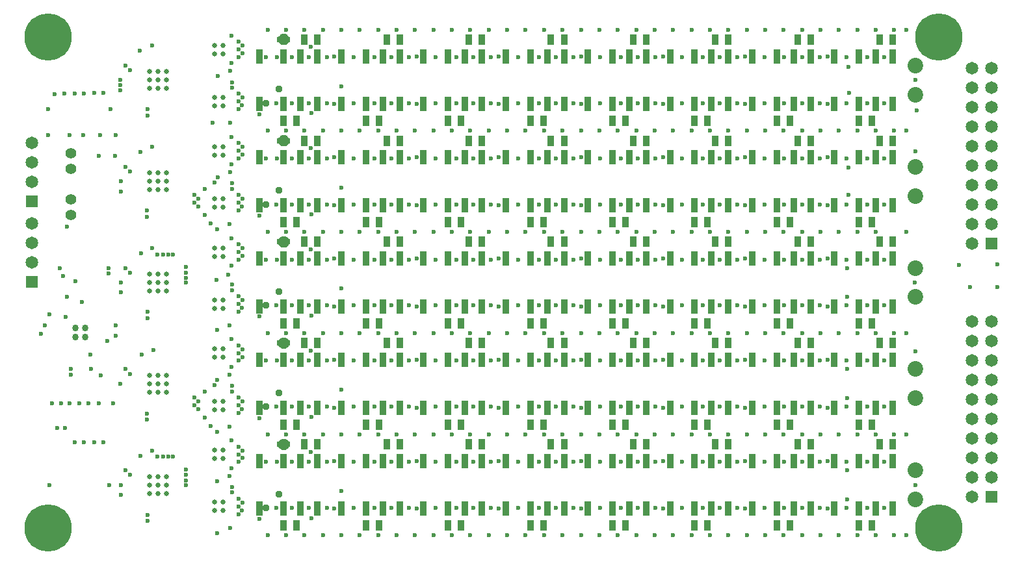
<source format=gbs>
G04*
G04 #@! TF.GenerationSoftware,Altium Limited,Altium Designer,20.0.9 (164)*
G04*
G04 Layer_Color=16711935*
%FSLAX25Y25*%
%MOIN*%
G70*
G01*
G75*
%ADD36R,0.03740X0.05709*%
%ADD37R,0.03091X0.03091*%
%ADD38R,0.03347X0.07284*%
%ADD51C,0.05591*%
%ADD52R,0.06496X0.06496*%
%ADD53C,0.06496*%
%ADD54C,0.07991*%
%ADD55C,0.02362*%
%ADD56C,0.03398*%
%ADD57C,0.24213*%
%ADD58C,0.03740*%
%ADD59C,0.02559*%
G36*
X133831Y278386D02*
X133842D01*
X133854Y278384D01*
X133865Y278383D01*
X133877Y278380D01*
X133888Y278379D01*
X133899Y278375D01*
X133911Y278372D01*
X133922Y278368D01*
X133932Y278364D01*
X134851Y277984D01*
X134862Y277978D01*
X134872Y277974D01*
X134882Y277968D01*
X134893Y277962D01*
X134902Y277956D01*
X134912Y277950D01*
X134921Y277942D01*
X134930Y277935D01*
X134939Y277927D01*
X134948Y277919D01*
X135651Y277216D01*
X135658Y277207D01*
X135667Y277199D01*
X135673Y277190D01*
X135681Y277181D01*
X135687Y277171D01*
X135694Y277161D01*
X135699Y277151D01*
X135705Y277141D01*
X135710Y277130D01*
X135715Y277120D01*
X136095Y276201D01*
X136099Y276190D01*
X136104Y276179D01*
X136106Y276168D01*
X136110Y276157D01*
X136112Y276146D01*
X136114Y276134D01*
X136115Y276122D01*
X136117Y276111D01*
Y276099D01*
X136118Y276088D01*
Y275590D01*
Y275093D01*
X136117Y275082D01*
Y275070D01*
X136115Y275059D01*
X136114Y275047D01*
X136112Y275036D01*
X136110Y275024D01*
X136106Y275013D01*
X136104Y275002D01*
X136099Y274991D01*
X136095Y274980D01*
X135715Y274061D01*
X135710Y274051D01*
X135705Y274040D01*
X135699Y274030D01*
X135694Y274020D01*
X135687Y274010D01*
X135681Y274000D01*
X135673Y273991D01*
X135667Y273982D01*
X135658Y273974D01*
X135651Y273965D01*
X134948Y273262D01*
X134939Y273254D01*
X134930Y273246D01*
X134921Y273239D01*
X134912Y273232D01*
X134902Y273225D01*
X134893Y273219D01*
X134882Y273213D01*
X134872Y273207D01*
X134862Y273203D01*
X134851Y273198D01*
X133932Y272817D01*
X133922Y272813D01*
X133911Y272809D01*
X133899Y272806D01*
X133888Y272803D01*
X133877Y272801D01*
X133865Y272798D01*
X133854Y272797D01*
X133842Y272795D01*
X133831D01*
X133819Y272794D01*
X133322D01*
X133275Y272798D01*
X133230Y272809D01*
X133187Y272827D01*
X133148Y272851D01*
X133112Y272881D01*
X133082Y272916D01*
X133071Y272935D01*
X133060Y272916D01*
X133029Y272881D01*
X132994Y272851D01*
X132954Y272827D01*
X132911Y272809D01*
X132866Y272798D01*
X132820Y272794D01*
X132323D01*
X132311Y272795D01*
X132299D01*
X132288Y272797D01*
X132276Y272798D01*
X132265Y272801D01*
X132253Y272803D01*
X132242Y272806D01*
X132231Y272809D01*
X132220Y272813D01*
X132209Y272817D01*
X131290Y273198D01*
X131280Y273203D01*
X131269Y273207D01*
X131259Y273213D01*
X131249Y273219D01*
X131240Y273225D01*
X131230Y273232D01*
X131221Y273239D01*
X131211Y273246D01*
X131203Y273254D01*
X131194Y273262D01*
X130491Y273965D01*
X130483Y273974D01*
X130475Y273982D01*
X130468Y273991D01*
X130461Y274000D01*
X130455Y274010D01*
X130448Y274020D01*
X130443Y274030D01*
X130437Y274040D01*
X130432Y274051D01*
X130427Y274061D01*
X130046Y274980D01*
X130043Y274991D01*
X130038Y275002D01*
X130035Y275013D01*
X130032Y275024D01*
X130030Y275036D01*
X130027Y275047D01*
X130026Y275059D01*
X130025Y275070D01*
Y275082D01*
X130024Y275093D01*
Y275590D01*
Y276088D01*
X130025Y276099D01*
Y276111D01*
X130026Y276122D01*
X130027Y276134D01*
X130030Y276146D01*
X130032Y276157D01*
X130035Y276168D01*
X130038Y276179D01*
X130043Y276190D01*
X130046Y276201D01*
X130427Y277120D01*
X130432Y277130D01*
X130437Y277141D01*
X130443Y277151D01*
X130448Y277161D01*
X130455Y277171D01*
X130461Y277181D01*
X130468Y277190D01*
X130475Y277199D01*
X130483Y277207D01*
X130491Y277216D01*
X131194Y277919D01*
X131203Y277927D01*
X131211Y277935D01*
X131221Y277942D01*
X131230Y277950D01*
X131240Y277956D01*
X131249Y277962D01*
X131259Y277968D01*
X131269Y277974D01*
X131280Y277978D01*
X131290Y277984D01*
X132209Y278364D01*
X132220Y278368D01*
X132231Y278372D01*
X132242Y278375D01*
X132253Y278379D01*
X132265Y278380D01*
X132276Y278383D01*
X132288Y278384D01*
X132299Y278386D01*
X132311D01*
X132323Y278387D01*
X132820D01*
X132866Y278383D01*
X132911Y278372D01*
X132954Y278355D01*
X132994Y278330D01*
X133029Y278300D01*
X133060Y278265D01*
X133071Y278246D01*
X133082Y278265D01*
X133112Y278300D01*
X133148Y278330D01*
X133187Y278355D01*
X133230Y278372D01*
X133275Y278383D01*
X133322Y278387D01*
X133819D01*
X133831Y278386D01*
D02*
G37*
G36*
Y226417D02*
X133842D01*
X133854Y226415D01*
X133865Y226415D01*
X133877Y226412D01*
X133888Y226410D01*
X133899Y226407D01*
X133911Y226404D01*
X133922Y226399D01*
X133932Y226396D01*
X134851Y226015D01*
X134862Y226010D01*
X134872Y226005D01*
X134882Y225999D01*
X134893Y225994D01*
X134902Y225987D01*
X134912Y225981D01*
X134921Y225974D01*
X134930Y225967D01*
X134939Y225958D01*
X134948Y225951D01*
X135651Y225248D01*
X135658Y225239D01*
X135667Y225231D01*
X135673Y225221D01*
X135681Y225212D01*
X135687Y225202D01*
X135694Y225193D01*
X135699Y225183D01*
X135705Y225173D01*
X135710Y225162D01*
X135715Y225151D01*
X136095Y224233D01*
X136099Y224222D01*
X136104Y224211D01*
X136106Y224200D01*
X136110Y224188D01*
X136112Y224177D01*
X136114Y224166D01*
X136115Y224154D01*
X136117Y224143D01*
Y224131D01*
X136118Y224119D01*
Y223622D01*
Y223125D01*
X136117Y223113D01*
Y223101D01*
X136115Y223090D01*
X136114Y223078D01*
X136112Y223067D01*
X136110Y223056D01*
X136106Y223045D01*
X136104Y223033D01*
X136099Y223022D01*
X136095Y223011D01*
X135715Y222093D01*
X135710Y222082D01*
X135705Y222072D01*
X135699Y222061D01*
X135694Y222051D01*
X135687Y222042D01*
X135681Y222032D01*
X135673Y222023D01*
X135667Y222013D01*
X135658Y222005D01*
X135651Y221996D01*
X134948Y221293D01*
X134939Y221286D01*
X134930Y221277D01*
X134921Y221271D01*
X134912Y221263D01*
X134902Y221257D01*
X134893Y221250D01*
X134882Y221245D01*
X134872Y221239D01*
X134862Y221234D01*
X134851Y221229D01*
X133932Y220848D01*
X133922Y220845D01*
X133911Y220840D01*
X133899Y220838D01*
X133888Y220834D01*
X133877Y220832D01*
X133865Y220830D01*
X133854Y220829D01*
X133842Y220827D01*
X133831D01*
X133819Y220826D01*
X133322D01*
X133275Y220830D01*
X133230Y220840D01*
X133187Y220858D01*
X133148Y220882D01*
X133112Y220913D01*
X133082Y220948D01*
X133071Y220967D01*
X133060Y220948D01*
X133029Y220913D01*
X132994Y220882D01*
X132954Y220858D01*
X132911Y220840D01*
X132866Y220830D01*
X132820Y220826D01*
X132323D01*
X132311Y220827D01*
X132299D01*
X132288Y220829D01*
X132276Y220830D01*
X132265Y220832D01*
X132253Y220834D01*
X132242Y220838D01*
X132231Y220840D01*
X132220Y220845D01*
X132209Y220848D01*
X131290Y221229D01*
X131280Y221234D01*
X131269Y221239D01*
X131259Y221245D01*
X131249Y221250D01*
X131240Y221257D01*
X131230Y221263D01*
X131221Y221271D01*
X131211Y221277D01*
X131203Y221286D01*
X131194Y221293D01*
X130491Y221996D01*
X130483Y222005D01*
X130475Y222013D01*
X130468Y222023D01*
X130461Y222032D01*
X130455Y222042D01*
X130448Y222051D01*
X130443Y222061D01*
X130437Y222072D01*
X130432Y222082D01*
X130427Y222093D01*
X130046Y223011D01*
X130043Y223023D01*
X130038Y223033D01*
X130035Y223045D01*
X130032Y223056D01*
X130030Y223067D01*
X130027Y223078D01*
X130026Y223090D01*
X130025Y223101D01*
Y223113D01*
X130024Y223125D01*
Y223622D01*
Y224119D01*
X130025Y224131D01*
Y224143D01*
X130026Y224154D01*
X130027Y224166D01*
X130030Y224177D01*
X130032Y224188D01*
X130035Y224200D01*
X130038Y224211D01*
X130043Y224222D01*
X130046Y224233D01*
X130427Y225151D01*
X130432Y225162D01*
X130437Y225173D01*
X130443Y225183D01*
X130448Y225193D01*
X130455Y225202D01*
X130461Y225212D01*
X130468Y225221D01*
X130475Y225231D01*
X130483Y225239D01*
X130491Y225248D01*
X131194Y225951D01*
X131203Y225958D01*
X131211Y225967D01*
X131221Y225974D01*
X131230Y225981D01*
X131240Y225987D01*
X131249Y225994D01*
X131259Y225999D01*
X131269Y226005D01*
X131280Y226010D01*
X131290Y226015D01*
X132209Y226396D01*
X132220Y226399D01*
X132231Y226404D01*
X132242Y226407D01*
X132253Y226410D01*
X132265Y226412D01*
X132276Y226415D01*
X132288Y226415D01*
X132299Y226417D01*
X132311D01*
X132323Y226418D01*
X132820D01*
X132866Y226415D01*
X132911Y226404D01*
X132954Y226386D01*
X132994Y226362D01*
X133029Y226331D01*
X133060Y226296D01*
X133071Y226278D01*
X133082Y226296D01*
X133112Y226331D01*
X133148Y226362D01*
X133187Y226386D01*
X133230Y226404D01*
X133275Y226415D01*
X133322Y226418D01*
X133819D01*
X133831Y226417D01*
D02*
G37*
G36*
Y174449D02*
X133842D01*
X133854Y174447D01*
X133865Y174446D01*
X133877Y174443D01*
X133888Y174442D01*
X133899Y174438D01*
X133911Y174435D01*
X133922Y174431D01*
X133932Y174427D01*
X134851Y174047D01*
X134862Y174041D01*
X134872Y174037D01*
X134882Y174031D01*
X134893Y174025D01*
X134902Y174019D01*
X134912Y174013D01*
X134921Y174005D01*
X134930Y173998D01*
X134939Y173990D01*
X134948Y173982D01*
X135651Y173279D01*
X135658Y173270D01*
X135667Y173262D01*
X135673Y173253D01*
X135681Y173244D01*
X135687Y173234D01*
X135694Y173224D01*
X135699Y173214D01*
X135705Y173204D01*
X135710Y173193D01*
X135715Y173183D01*
X136095Y172264D01*
X136099Y172253D01*
X136104Y172242D01*
X136106Y172231D01*
X136110Y172220D01*
X136112Y172208D01*
X136114Y172197D01*
X136115Y172186D01*
X136117Y172174D01*
Y172162D01*
X136118Y172151D01*
Y171653D01*
Y171156D01*
X136117Y171145D01*
Y171133D01*
X136115Y171122D01*
X136114Y171110D01*
X136112Y171099D01*
X136110Y171087D01*
X136106Y171076D01*
X136104Y171065D01*
X136099Y171054D01*
X136095Y171043D01*
X135715Y170124D01*
X135710Y170114D01*
X135705Y170103D01*
X135699Y170093D01*
X135694Y170083D01*
X135687Y170073D01*
X135681Y170063D01*
X135673Y170054D01*
X135667Y170045D01*
X135658Y170037D01*
X135651Y170028D01*
X134948Y169325D01*
X134939Y169317D01*
X134930Y169309D01*
X134921Y169302D01*
X134912Y169295D01*
X134902Y169288D01*
X134893Y169282D01*
X134882Y169276D01*
X134872Y169270D01*
X134862Y169266D01*
X134851Y169261D01*
X133932Y168880D01*
X133922Y168876D01*
X133911Y168872D01*
X133899Y168869D01*
X133888Y168866D01*
X133877Y168864D01*
X133865Y168861D01*
X133854Y168860D01*
X133842Y168858D01*
X133831D01*
X133819Y168857D01*
X133322D01*
X133275Y168861D01*
X133230Y168872D01*
X133187Y168890D01*
X133148Y168914D01*
X133112Y168944D01*
X133082Y168979D01*
X133071Y168998D01*
X133060Y168979D01*
X133029Y168944D01*
X132994Y168914D01*
X132954Y168890D01*
X132911Y168872D01*
X132866Y168861D01*
X132820Y168857D01*
X132323D01*
X132311Y168858D01*
X132299D01*
X132288Y168860D01*
X132276Y168861D01*
X132265Y168864D01*
X132253Y168866D01*
X132242Y168869D01*
X132231Y168872D01*
X132220Y168876D01*
X132209Y168880D01*
X131290Y169261D01*
X131280Y169266D01*
X131269Y169270D01*
X131259Y169276D01*
X131249Y169282D01*
X131240Y169288D01*
X131230Y169295D01*
X131221Y169302D01*
X131211Y169309D01*
X131203Y169317D01*
X131194Y169325D01*
X130491Y170028D01*
X130483Y170037D01*
X130475Y170045D01*
X130468Y170054D01*
X130461Y170063D01*
X130455Y170073D01*
X130448Y170083D01*
X130443Y170093D01*
X130437Y170103D01*
X130432Y170114D01*
X130427Y170124D01*
X130046Y171043D01*
X130043Y171054D01*
X130038Y171065D01*
X130035Y171076D01*
X130032Y171087D01*
X130030Y171099D01*
X130027Y171110D01*
X130026Y171122D01*
X130025Y171133D01*
Y171145D01*
X130024Y171156D01*
Y171653D01*
Y172151D01*
X130025Y172162D01*
Y172174D01*
X130026Y172186D01*
X130027Y172197D01*
X130030Y172208D01*
X130032Y172220D01*
X130035Y172231D01*
X130038Y172242D01*
X130043Y172253D01*
X130046Y172264D01*
X130427Y173183D01*
X130432Y173193D01*
X130437Y173204D01*
X130443Y173214D01*
X130448Y173224D01*
X130455Y173234D01*
X130461Y173244D01*
X130468Y173253D01*
X130475Y173262D01*
X130483Y173270D01*
X130491Y173279D01*
X131194Y173982D01*
X131203Y173990D01*
X131211Y173998D01*
X131221Y174005D01*
X131230Y174013D01*
X131240Y174019D01*
X131249Y174025D01*
X131259Y174031D01*
X131269Y174037D01*
X131280Y174041D01*
X131290Y174047D01*
X132209Y174427D01*
X132220Y174431D01*
X132231Y174435D01*
X132242Y174438D01*
X132253Y174442D01*
X132265Y174443D01*
X132276Y174446D01*
X132288Y174447D01*
X132299Y174449D01*
X132311D01*
X132323Y174450D01*
X132820D01*
X132866Y174446D01*
X132911Y174435D01*
X132954Y174417D01*
X132994Y174393D01*
X133029Y174363D01*
X133060Y174328D01*
X133071Y174309D01*
X133082Y174328D01*
X133112Y174363D01*
X133148Y174393D01*
X133187Y174417D01*
X133230Y174435D01*
X133275Y174446D01*
X133322Y174450D01*
X133819D01*
X133831Y174449D01*
D02*
G37*
G36*
Y122480D02*
X133842D01*
X133854Y122478D01*
X133865Y122478D01*
X133877Y122475D01*
X133888Y122473D01*
X133899Y122469D01*
X133911Y122467D01*
X133922Y122462D01*
X133932Y122459D01*
X134851Y122078D01*
X134862Y122073D01*
X134872Y122068D01*
X134882Y122062D01*
X134893Y122057D01*
X134902Y122050D01*
X134912Y122044D01*
X134921Y122037D01*
X134930Y122030D01*
X134939Y122021D01*
X134948Y122014D01*
X135651Y121311D01*
X135658Y121302D01*
X135667Y121293D01*
X135673Y121284D01*
X135681Y121275D01*
X135687Y121265D01*
X135694Y121256D01*
X135699Y121246D01*
X135705Y121236D01*
X135710Y121225D01*
X135715Y121214D01*
X136095Y120296D01*
X136099Y120285D01*
X136104Y120274D01*
X136106Y120263D01*
X136110Y120252D01*
X136112Y120240D01*
X136114Y120229D01*
X136115Y120217D01*
X136117Y120206D01*
Y120194D01*
X136118Y120182D01*
Y119685D01*
Y119188D01*
X136117Y119176D01*
Y119165D01*
X136115Y119153D01*
X136114Y119141D01*
X136112Y119130D01*
X136110Y119119D01*
X136106Y119107D01*
X136104Y119096D01*
X136099Y119085D01*
X136095Y119074D01*
X135715Y118156D01*
X135710Y118145D01*
X135705Y118134D01*
X135699Y118124D01*
X135694Y118114D01*
X135687Y118105D01*
X135681Y118095D01*
X135673Y118086D01*
X135667Y118077D01*
X135658Y118068D01*
X135651Y118060D01*
X134948Y117356D01*
X134939Y117349D01*
X134930Y117340D01*
X134921Y117334D01*
X134912Y117326D01*
X134902Y117320D01*
X134893Y117313D01*
X134882Y117308D01*
X134872Y117302D01*
X134862Y117297D01*
X134851Y117292D01*
X133932Y116911D01*
X133922Y116908D01*
X133911Y116903D01*
X133899Y116901D01*
X133888Y116897D01*
X133877Y116895D01*
X133865Y116893D01*
X133854Y116892D01*
X133842Y116890D01*
X133831D01*
X133819Y116889D01*
X133322D01*
X133275Y116893D01*
X133230Y116903D01*
X133187Y116921D01*
X133148Y116945D01*
X133112Y116976D01*
X133082Y117011D01*
X133071Y117030D01*
X133060Y117011D01*
X133029Y116976D01*
X132994Y116945D01*
X132954Y116921D01*
X132911Y116903D01*
X132866Y116893D01*
X132820Y116889D01*
X132323D01*
X132311Y116890D01*
X132299D01*
X132288Y116892D01*
X132276Y116893D01*
X132265Y116895D01*
X132253Y116897D01*
X132242Y116901D01*
X132231Y116903D01*
X132220Y116908D01*
X132209Y116911D01*
X131290Y117292D01*
X131280Y117297D01*
X131269Y117302D01*
X131259Y117308D01*
X131249Y117313D01*
X131240Y117320D01*
X131230Y117326D01*
X131221Y117334D01*
X131211Y117340D01*
X131203Y117349D01*
X131194Y117356D01*
X130491Y118060D01*
X130483Y118068D01*
X130475Y118077D01*
X130468Y118086D01*
X130461Y118095D01*
X130455Y118105D01*
X130448Y118114D01*
X130443Y118124D01*
X130437Y118134D01*
X130432Y118145D01*
X130427Y118156D01*
X130046Y119074D01*
X130043Y119086D01*
X130038Y119096D01*
X130035Y119108D01*
X130032Y119119D01*
X130030Y119130D01*
X130027Y119141D01*
X130026Y119153D01*
X130025Y119165D01*
Y119176D01*
X130024Y119188D01*
Y119685D01*
Y120182D01*
X130025Y120194D01*
Y120206D01*
X130026Y120217D01*
X130027Y120229D01*
X130030Y120240D01*
X130032Y120252D01*
X130035Y120263D01*
X130038Y120274D01*
X130043Y120285D01*
X130046Y120296D01*
X130427Y121214D01*
X130432Y121225D01*
X130437Y121236D01*
X130443Y121246D01*
X130448Y121256D01*
X130455Y121265D01*
X130461Y121275D01*
X130468Y121284D01*
X130475Y121293D01*
X130483Y121302D01*
X130491Y121311D01*
X131194Y122014D01*
X131203Y122021D01*
X131211Y122030D01*
X131221Y122037D01*
X131230Y122044D01*
X131240Y122050D01*
X131249Y122057D01*
X131259Y122062D01*
X131269Y122068D01*
X131280Y122073D01*
X131290Y122078D01*
X132209Y122459D01*
X132220Y122462D01*
X132231Y122467D01*
X132242Y122469D01*
X132253Y122473D01*
X132265Y122475D01*
X132276Y122478D01*
X132288Y122478D01*
X132299Y122480D01*
X132311D01*
X132323Y122481D01*
X132820D01*
X132866Y122478D01*
X132911Y122467D01*
X132954Y122449D01*
X132994Y122425D01*
X133029Y122395D01*
X133060Y122359D01*
X133071Y122341D01*
X133082Y122359D01*
X133112Y122395D01*
X133148Y122425D01*
X133187Y122449D01*
X133230Y122467D01*
X133275Y122478D01*
X133322Y122481D01*
X133819D01*
X133831Y122480D01*
D02*
G37*
G36*
X133831Y70512D02*
X133842D01*
X133854Y70510D01*
X133865Y70509D01*
X133877Y70506D01*
X133888Y70504D01*
X133899Y70501D01*
X133911Y70498D01*
X133922Y70494D01*
X133932Y70490D01*
X134851Y70110D01*
X134862Y70104D01*
X134872Y70100D01*
X134882Y70094D01*
X134893Y70088D01*
X134902Y70082D01*
X134912Y70076D01*
X134921Y70068D01*
X134930Y70061D01*
X134939Y70053D01*
X134947Y70045D01*
X135651Y69342D01*
X135658Y69333D01*
X135667Y69325D01*
X135673Y69316D01*
X135681Y69307D01*
X135687Y69297D01*
X135694Y69287D01*
X135699Y69277D01*
X135705Y69267D01*
X135710Y69256D01*
X135715Y69246D01*
X136095Y68327D01*
X136099Y68316D01*
X136104Y68305D01*
X136106Y68294D01*
X136110Y68283D01*
X136112Y68271D01*
X136114Y68260D01*
X136115Y68248D01*
X136117Y68237D01*
Y68226D01*
X136118Y68214D01*
Y67716D01*
Y67219D01*
X136117Y67208D01*
Y67196D01*
X136115Y67185D01*
X136114Y67173D01*
X136112Y67162D01*
X136110Y67150D01*
X136106Y67139D01*
X136104Y67128D01*
X136099Y67117D01*
X136095Y67106D01*
X135715Y66187D01*
X135710Y66177D01*
X135705Y66166D01*
X135699Y66156D01*
X135694Y66146D01*
X135687Y66136D01*
X135681Y66126D01*
X135673Y66117D01*
X135667Y66108D01*
X135658Y66100D01*
X135651Y66091D01*
X134947Y65388D01*
X134939Y65380D01*
X134930Y65372D01*
X134921Y65365D01*
X134912Y65358D01*
X134902Y65351D01*
X134893Y65345D01*
X134882Y65339D01*
X134872Y65333D01*
X134862Y65329D01*
X134851Y65324D01*
X133932Y64943D01*
X133922Y64939D01*
X133911Y64935D01*
X133899Y64932D01*
X133888Y64929D01*
X133877Y64927D01*
X133865Y64924D01*
X133854Y64923D01*
X133842Y64921D01*
X133831D01*
X133819Y64920D01*
X133322D01*
X133275Y64924D01*
X133230Y64935D01*
X133187Y64953D01*
X133148Y64977D01*
X133112Y65007D01*
X133082Y65042D01*
X133071Y65061D01*
X133059Y65042D01*
X133029Y65007D01*
X132994Y64977D01*
X132954Y64953D01*
X132911Y64935D01*
X132866Y64924D01*
X132820Y64920D01*
X132323D01*
X132311Y64921D01*
X132299D01*
X132288Y64923D01*
X132276Y64924D01*
X132265Y64927D01*
X132253Y64929D01*
X132242Y64932D01*
X132231Y64935D01*
X132220Y64939D01*
X132209Y64943D01*
X131290Y65324D01*
X131280Y65329D01*
X131269Y65333D01*
X131259Y65339D01*
X131249Y65345D01*
X131239Y65351D01*
X131230Y65358D01*
X131221Y65365D01*
X131211Y65372D01*
X131203Y65380D01*
X131194Y65388D01*
X130491Y66091D01*
X130483Y66100D01*
X130475Y66108D01*
X130468Y66117D01*
X130461Y66126D01*
X130455Y66136D01*
X130448Y66146D01*
X130443Y66156D01*
X130437Y66166D01*
X130432Y66177D01*
X130427Y66187D01*
X130046Y67106D01*
X130043Y67117D01*
X130038Y67128D01*
X130035Y67139D01*
X130032Y67150D01*
X130030Y67162D01*
X130027Y67173D01*
X130026Y67185D01*
X130025Y67196D01*
Y67208D01*
X130024Y67219D01*
Y67716D01*
Y68214D01*
X130025Y68226D01*
Y68237D01*
X130026Y68248D01*
X130027Y68260D01*
X130030Y68271D01*
X130032Y68283D01*
X130035Y68294D01*
X130038Y68305D01*
X130043Y68316D01*
X130046Y68327D01*
X130427Y69246D01*
X130432Y69256D01*
X130437Y69267D01*
X130443Y69277D01*
X130448Y69287D01*
X130455Y69297D01*
X130461Y69307D01*
X130468Y69316D01*
X130475Y69325D01*
X130483Y69333D01*
X130491Y69342D01*
X131194Y70045D01*
X131203Y70053D01*
X131211Y70061D01*
X131221Y70068D01*
X131230Y70076D01*
X131239Y70082D01*
X131249Y70088D01*
X131259Y70094D01*
X131269Y70100D01*
X131280Y70104D01*
X131290Y70110D01*
X132209Y70490D01*
X132220Y70494D01*
X132231Y70498D01*
X132242Y70501D01*
X132253Y70504D01*
X132265Y70506D01*
X132276Y70509D01*
X132288Y70510D01*
X132299Y70512D01*
X132311D01*
X132323Y70513D01*
X132820D01*
X132866Y70509D01*
X132911Y70498D01*
X132954Y70480D01*
X132994Y70456D01*
X133029Y70426D01*
X133059Y70391D01*
X133071Y70372D01*
X133082Y70391D01*
X133112Y70426D01*
X133148Y70456D01*
X133187Y70480D01*
X133230Y70498D01*
X133275Y70509D01*
X133322Y70513D01*
X133819D01*
X133831Y70512D01*
D02*
G37*
D36*
X143701Y275590D02*
D03*
X150394D02*
D03*
X133071Y233858D02*
D03*
X139764D02*
D03*
X185827Y275590D02*
D03*
X192520D02*
D03*
X175197Y233858D02*
D03*
X181890D02*
D03*
X227953Y275590D02*
D03*
X234646D02*
D03*
X217323Y233858D02*
D03*
X224016D02*
D03*
X270079Y275590D02*
D03*
X276772D02*
D03*
X259449Y233858D02*
D03*
X266142D02*
D03*
X312205Y275590D02*
D03*
X318898D02*
D03*
X301575Y233858D02*
D03*
X308268D02*
D03*
X354331Y275590D02*
D03*
X361024D02*
D03*
X343701Y233858D02*
D03*
X350394D02*
D03*
X396457Y275590D02*
D03*
X403150D02*
D03*
X385827Y233858D02*
D03*
X392520D02*
D03*
X438583Y275590D02*
D03*
X445276D02*
D03*
X427953Y233858D02*
D03*
X434646D02*
D03*
X143701Y223622D02*
D03*
X150394D02*
D03*
X133071Y181890D02*
D03*
X139764D02*
D03*
X185827Y223622D02*
D03*
X192520D02*
D03*
X175197Y181890D02*
D03*
X181890D02*
D03*
X227953Y223622D02*
D03*
X234646D02*
D03*
X217323Y181890D02*
D03*
X224016D02*
D03*
X270079Y223622D02*
D03*
X276772D02*
D03*
X259449Y181890D02*
D03*
X266142D02*
D03*
X312205Y223622D02*
D03*
X318898D02*
D03*
X301575Y181890D02*
D03*
X308268D02*
D03*
X354331Y223622D02*
D03*
X361024D02*
D03*
X343701Y181890D02*
D03*
X350394D02*
D03*
X396457Y223622D02*
D03*
X403150D02*
D03*
X385827Y181890D02*
D03*
X392520D02*
D03*
X438583Y223622D02*
D03*
X445276D02*
D03*
X427953Y181890D02*
D03*
X434646D02*
D03*
X143701Y171653D02*
D03*
X150394D02*
D03*
X133071Y129921D02*
D03*
X139764D02*
D03*
X185827Y171653D02*
D03*
X192520D02*
D03*
X175197Y129921D02*
D03*
X181890D02*
D03*
X227953Y171653D02*
D03*
X234646D02*
D03*
X217323Y129921D02*
D03*
X224016D02*
D03*
X270079Y171653D02*
D03*
X276772D02*
D03*
X259449Y129921D02*
D03*
X266142D02*
D03*
X312205Y171653D02*
D03*
X318898D02*
D03*
X301575Y129921D02*
D03*
X308268D02*
D03*
X354331Y171653D02*
D03*
X361024D02*
D03*
X343701Y129921D02*
D03*
X350394D02*
D03*
X396457Y171653D02*
D03*
X403150D02*
D03*
X385827Y129921D02*
D03*
X392520D02*
D03*
X438583Y171653D02*
D03*
X445276D02*
D03*
X427953Y129921D02*
D03*
X434646D02*
D03*
X143701Y119685D02*
D03*
X150394D02*
D03*
X133071Y77953D02*
D03*
X139764D02*
D03*
X185827Y119685D02*
D03*
X192520D02*
D03*
X175197Y77953D02*
D03*
X181890D02*
D03*
X227953Y119685D02*
D03*
X234646D02*
D03*
X217323Y77953D02*
D03*
X224016D02*
D03*
X270079Y119685D02*
D03*
X276772D02*
D03*
X259449Y77953D02*
D03*
X266142D02*
D03*
X312205Y119685D02*
D03*
X318898D02*
D03*
X301575Y77953D02*
D03*
X308268D02*
D03*
X354331Y119685D02*
D03*
X361024D02*
D03*
X343701Y77953D02*
D03*
X350394D02*
D03*
X396457Y119685D02*
D03*
X403150D02*
D03*
X385827Y77953D02*
D03*
X392520D02*
D03*
X438583Y119685D02*
D03*
X445276D02*
D03*
X427953Y77953D02*
D03*
X434646D02*
D03*
X354331Y67716D02*
D03*
X361024D02*
D03*
X438583D02*
D03*
X445276D02*
D03*
X396457D02*
D03*
X403150D02*
D03*
X312205D02*
D03*
X318898D02*
D03*
X270079D02*
D03*
X276772D02*
D03*
X227953D02*
D03*
X234646D02*
D03*
X185827D02*
D03*
X192520D02*
D03*
X143701D02*
D03*
X150394D02*
D03*
X427953Y25984D02*
D03*
X434646D02*
D03*
X385827D02*
D03*
X392520D02*
D03*
X343701D02*
D03*
X350394D02*
D03*
X301575D02*
D03*
X308268D02*
D03*
X259449D02*
D03*
X266142D02*
D03*
X217323D02*
D03*
X224016D02*
D03*
X175197D02*
D03*
X181890D02*
D03*
X133071D02*
D03*
X139764D02*
D03*
D37*
X131071Y275590D02*
D03*
X135071D02*
D03*
X131071Y223622D02*
D03*
X135071D02*
D03*
X131071Y171653D02*
D03*
X135071D02*
D03*
X131071Y119685D02*
D03*
X135071D02*
D03*
X131071Y67716D02*
D03*
X135071D02*
D03*
D38*
X415354Y266929D02*
D03*
X427953D02*
D03*
X436614D02*
D03*
X445276D02*
D03*
Y242520D02*
D03*
X436614D02*
D03*
X427953D02*
D03*
X415354D02*
D03*
X373228Y266929D02*
D03*
X385827D02*
D03*
X394488D02*
D03*
X403150D02*
D03*
Y242520D02*
D03*
X394488D02*
D03*
X385827D02*
D03*
X373228D02*
D03*
X331102Y266929D02*
D03*
X343701D02*
D03*
X352362D02*
D03*
X361024D02*
D03*
Y242520D02*
D03*
X352362D02*
D03*
X343701D02*
D03*
X331102D02*
D03*
X288976Y266929D02*
D03*
X301575D02*
D03*
X310236D02*
D03*
X318898D02*
D03*
Y242520D02*
D03*
X310236D02*
D03*
X301575D02*
D03*
X288976D02*
D03*
X246850Y266929D02*
D03*
X259449D02*
D03*
X268110D02*
D03*
X276772D02*
D03*
Y242520D02*
D03*
X268110D02*
D03*
X259449D02*
D03*
X246850D02*
D03*
X204724Y266929D02*
D03*
X217323D02*
D03*
X225984D02*
D03*
X234646D02*
D03*
Y242520D02*
D03*
X225984D02*
D03*
X217323D02*
D03*
X204724D02*
D03*
X162598Y266929D02*
D03*
X175197D02*
D03*
X183858D02*
D03*
X192520D02*
D03*
Y242520D02*
D03*
X183858D02*
D03*
X175197D02*
D03*
X162598D02*
D03*
X120472Y266929D02*
D03*
X133071D02*
D03*
X141732D02*
D03*
X150394D02*
D03*
Y242520D02*
D03*
X141732D02*
D03*
X133071D02*
D03*
X120472D02*
D03*
X415354Y214961D02*
D03*
X427953D02*
D03*
X436614D02*
D03*
X445276D02*
D03*
Y190551D02*
D03*
X436614D02*
D03*
X427953D02*
D03*
X415354D02*
D03*
X373228Y214961D02*
D03*
X385827D02*
D03*
X394488D02*
D03*
X403150D02*
D03*
Y190551D02*
D03*
X394488D02*
D03*
X385827D02*
D03*
X373228D02*
D03*
X331102Y214961D02*
D03*
X343701D02*
D03*
X352362D02*
D03*
X361024D02*
D03*
Y190551D02*
D03*
X352362D02*
D03*
X343701D02*
D03*
X331102D02*
D03*
X288976Y214961D02*
D03*
X301575D02*
D03*
X310236D02*
D03*
X318898D02*
D03*
Y190551D02*
D03*
X310236D02*
D03*
X301575D02*
D03*
X288976D02*
D03*
X246850Y214961D02*
D03*
X259449D02*
D03*
X268110D02*
D03*
X276772D02*
D03*
Y190551D02*
D03*
X268110D02*
D03*
X259449D02*
D03*
X246850D02*
D03*
X204724Y214961D02*
D03*
X217323D02*
D03*
X225984D02*
D03*
X234646D02*
D03*
Y190551D02*
D03*
X225984D02*
D03*
X217323D02*
D03*
X204724D02*
D03*
X162598Y214961D02*
D03*
X175197D02*
D03*
X183858D02*
D03*
X192520D02*
D03*
Y190551D02*
D03*
X183858D02*
D03*
X175197D02*
D03*
X162598D02*
D03*
X120472Y214961D02*
D03*
X133071D02*
D03*
X141732D02*
D03*
X150394D02*
D03*
Y190551D02*
D03*
X141732D02*
D03*
X133071D02*
D03*
X120472D02*
D03*
X415354Y162992D02*
D03*
X427953D02*
D03*
X436614D02*
D03*
X445276D02*
D03*
Y138583D02*
D03*
X436614D02*
D03*
X427953D02*
D03*
X415354D02*
D03*
X373228Y162992D02*
D03*
X385827D02*
D03*
X394488D02*
D03*
X403150D02*
D03*
Y138583D02*
D03*
X394488D02*
D03*
X385827D02*
D03*
X373228D02*
D03*
X331102Y162992D02*
D03*
X343701D02*
D03*
X352362D02*
D03*
X361024D02*
D03*
Y138583D02*
D03*
X352362D02*
D03*
X343701D02*
D03*
X331102D02*
D03*
X288976Y162992D02*
D03*
X301575D02*
D03*
X310236D02*
D03*
X318898D02*
D03*
Y138583D02*
D03*
X310236D02*
D03*
X301575D02*
D03*
X288976D02*
D03*
X246850Y162992D02*
D03*
X259449D02*
D03*
X268110D02*
D03*
X276772D02*
D03*
Y138583D02*
D03*
X268110D02*
D03*
X259449D02*
D03*
X246850D02*
D03*
X204724Y162992D02*
D03*
X217323D02*
D03*
X225984D02*
D03*
X234646D02*
D03*
Y138583D02*
D03*
X225984D02*
D03*
X217323D02*
D03*
X204724D02*
D03*
X162598Y162992D02*
D03*
X175197D02*
D03*
X183858D02*
D03*
X192520D02*
D03*
Y138583D02*
D03*
X183858D02*
D03*
X175197D02*
D03*
X162598D02*
D03*
X120472Y162992D02*
D03*
X133071D02*
D03*
X141732D02*
D03*
X150394D02*
D03*
Y138583D02*
D03*
X141732D02*
D03*
X133071D02*
D03*
X120472D02*
D03*
X415354Y111024D02*
D03*
X427953D02*
D03*
X436614D02*
D03*
X445276D02*
D03*
Y86614D02*
D03*
X436614D02*
D03*
X427953D02*
D03*
X415354D02*
D03*
X373228Y111024D02*
D03*
X385827D02*
D03*
X394488D02*
D03*
X403150D02*
D03*
Y86614D02*
D03*
X394488D02*
D03*
X385827D02*
D03*
X373228D02*
D03*
X331102Y111024D02*
D03*
X343701D02*
D03*
X352362D02*
D03*
X361024D02*
D03*
Y86614D02*
D03*
X352362D02*
D03*
X343701D02*
D03*
X331102D02*
D03*
X288976Y111024D02*
D03*
X301575D02*
D03*
X310236D02*
D03*
X318898D02*
D03*
Y86614D02*
D03*
X310236D02*
D03*
X301575D02*
D03*
X288976D02*
D03*
X246850Y111024D02*
D03*
X259449D02*
D03*
X268110D02*
D03*
X276772D02*
D03*
Y86614D02*
D03*
X268110D02*
D03*
X259449D02*
D03*
X246850D02*
D03*
X204724Y111024D02*
D03*
X217323D02*
D03*
X225984D02*
D03*
X234646D02*
D03*
Y86614D02*
D03*
X225984D02*
D03*
X217323D02*
D03*
X204724D02*
D03*
X162598Y111024D02*
D03*
X175197D02*
D03*
X183858D02*
D03*
X192520D02*
D03*
Y86614D02*
D03*
X183858D02*
D03*
X175197D02*
D03*
X162598D02*
D03*
X120472Y111024D02*
D03*
X133071D02*
D03*
X141732D02*
D03*
X150394D02*
D03*
Y86614D02*
D03*
X141732D02*
D03*
X133071D02*
D03*
X120472D02*
D03*
Y59055D02*
D03*
X133071D02*
D03*
X141732D02*
D03*
X150394D02*
D03*
X150394Y34646D02*
D03*
X141732D02*
D03*
X133071D02*
D03*
X120472D02*
D03*
X162598Y59055D02*
D03*
X175197Y59055D02*
D03*
X183858D02*
D03*
X192520D02*
D03*
Y34646D02*
D03*
X183858D02*
D03*
X175197Y34646D02*
D03*
X162598D02*
D03*
X246850Y59055D02*
D03*
X259449Y59055D02*
D03*
X268110D02*
D03*
X276772D02*
D03*
Y34646D02*
D03*
X268110D02*
D03*
X259449D02*
D03*
X246850D02*
D03*
X204725Y59055D02*
D03*
X217323Y59055D02*
D03*
X225984Y59055D02*
D03*
X234646D02*
D03*
Y34646D02*
D03*
X225984D02*
D03*
X217323Y34646D02*
D03*
X204725Y34646D02*
D03*
X288976Y59055D02*
D03*
X301575Y59055D02*
D03*
X310236Y59055D02*
D03*
X318898D02*
D03*
Y34646D02*
D03*
X310236D02*
D03*
X301575D02*
D03*
X288976D02*
D03*
X331102Y59055D02*
D03*
X343701Y59055D02*
D03*
X352362Y59055D02*
D03*
X361024Y59055D02*
D03*
Y34646D02*
D03*
X352362D02*
D03*
X343701D02*
D03*
X331102D02*
D03*
X373228Y59055D02*
D03*
X385827D02*
D03*
X394488Y59055D02*
D03*
X403150Y59055D02*
D03*
Y34646D02*
D03*
X394488Y34646D02*
D03*
X385827Y34646D02*
D03*
X373228D02*
D03*
X415354Y59055D02*
D03*
X427953Y59055D02*
D03*
X436614Y59055D02*
D03*
X445276D02*
D03*
Y34646D02*
D03*
X436614D02*
D03*
X427953D02*
D03*
X415354D02*
D03*
D51*
X24016Y185433D02*
D03*
Y193307D02*
D03*
Y209252D02*
D03*
Y217126D02*
D03*
D52*
X495827Y170866D02*
D03*
Y40709D02*
D03*
X3937Y151024D02*
D03*
Y192520D02*
D03*
D53*
X485827Y170866D02*
D03*
X495827Y180866D02*
D03*
X485827Y180866D02*
D03*
X495827Y190866D02*
D03*
X485827Y190866D02*
D03*
X495827Y200866D02*
D03*
X485827Y200866D02*
D03*
X495827Y210866D02*
D03*
X485827Y210866D02*
D03*
X495827Y220866D02*
D03*
X485827Y220866D02*
D03*
X495827Y230866D02*
D03*
X485827Y230866D02*
D03*
X495827Y240866D02*
D03*
X485827Y240866D02*
D03*
X495827Y250866D02*
D03*
X485827D02*
D03*
X495827Y260866D02*
D03*
X485827D02*
D03*
Y40709D02*
D03*
X495827Y50709D02*
D03*
X485827D02*
D03*
X495827Y60709D02*
D03*
X485827D02*
D03*
X495827Y70709D02*
D03*
X485827Y70709D02*
D03*
X495827Y80709D02*
D03*
X485827D02*
D03*
X495827Y90709D02*
D03*
X485827Y90709D02*
D03*
X495827Y100709D02*
D03*
X485827D02*
D03*
X495827Y110709D02*
D03*
X485827Y110709D02*
D03*
X495827Y120709D02*
D03*
X485827Y120709D02*
D03*
X495827Y130709D02*
D03*
X485827Y130709D02*
D03*
X3937Y181024D02*
D03*
Y171024D02*
D03*
Y161024D02*
D03*
Y222520D02*
D03*
Y212520D02*
D03*
Y202520D02*
D03*
D54*
X457087Y39370D02*
D03*
Y91339D02*
D03*
Y143307D02*
D03*
Y195276D02*
D03*
Y247244D02*
D03*
Y262205D02*
D03*
Y210236D02*
D03*
Y158268D02*
D03*
Y106299D02*
D03*
Y54331D02*
D03*
D55*
X43701Y46850D02*
D03*
X33858Y113779D02*
D03*
X14173Y88779D02*
D03*
X18898D02*
D03*
X23425D02*
D03*
X28346D02*
D03*
X32874D02*
D03*
X38386D02*
D03*
X45472D02*
D03*
X38189Y215945D02*
D03*
X46654D02*
D03*
X46850Y226378D02*
D03*
X12205D02*
D03*
X23228D02*
D03*
X30315D02*
D03*
X38780D02*
D03*
X42717Y120669D02*
D03*
X49409Y254724D02*
D03*
Y252165D02*
D03*
Y249606D02*
D03*
X49606Y202756D02*
D03*
Y197441D02*
D03*
Y41929D02*
D03*
Y46654D02*
D03*
Y145669D02*
D03*
Y150787D02*
D03*
X49409Y98819D02*
D03*
X62917Y187640D02*
D03*
Y184491D02*
D03*
X99016Y178150D02*
D03*
X20669Y247835D02*
D03*
X22047Y143307D02*
D03*
X29724Y140945D02*
D03*
X26181Y151378D02*
D03*
X34252Y106496D02*
D03*
X25787Y247835D02*
D03*
X25984Y68898D02*
D03*
X12992Y134449D02*
D03*
X39370Y103150D02*
D03*
X30709Y247835D02*
D03*
Y68898D02*
D03*
X35827Y248031D02*
D03*
X35827Y68898D02*
D03*
X40748D02*
D03*
Y248031D02*
D03*
X21138Y133206D02*
D03*
X15748Y247441D02*
D03*
X16929Y75984D02*
D03*
X21063D02*
D03*
X12992Y46850D02*
D03*
X44291Y239764D02*
D03*
X12205D02*
D03*
X47047Y123425D02*
D03*
Y128740D02*
D03*
X24016Y103347D02*
D03*
Y106299D02*
D03*
X43110Y158268D02*
D03*
Y155315D02*
D03*
X8465Y124606D02*
D03*
X10591Y128740D02*
D03*
X19882Y154134D02*
D03*
X18307Y158268D02*
D03*
X22047Y179331D02*
D03*
X63189Y132480D02*
D03*
Y135630D02*
D03*
Y239764D02*
D03*
Y236614D02*
D03*
X54134Y51968D02*
D03*
X51968Y54331D02*
D03*
X54134Y103937D02*
D03*
X51968Y106299D02*
D03*
X54134Y259842D02*
D03*
X51968Y262205D02*
D03*
X54134Y207874D02*
D03*
X51968Y210236D02*
D03*
Y158268D02*
D03*
X54134Y155905D02*
D03*
X63189Y31496D02*
D03*
Y28346D02*
D03*
X62992Y80315D02*
D03*
Y83465D02*
D03*
X59449Y61811D02*
D03*
X65748Y64567D02*
D03*
X59423Y269630D02*
D03*
X65748Y272441D02*
D03*
Y220472D02*
D03*
X59449Y217717D02*
D03*
X60184Y113828D02*
D03*
X66142Y116142D02*
D03*
X59842Y165748D02*
D03*
X65748Y168504D02*
D03*
X95669Y181102D02*
D03*
X83071Y150787D02*
D03*
X92520Y185433D02*
D03*
X83071Y153150D02*
D03*
Y155905D02*
D03*
Y158661D02*
D03*
X89370Y189764D02*
D03*
X87402Y191732D02*
D03*
X89370Y193701D02*
D03*
X87402Y195669D02*
D03*
X92520Y198819D02*
D03*
X97638Y201969D02*
D03*
X68382Y165279D02*
D03*
X71138D02*
D03*
X73894D02*
D03*
X76256D02*
D03*
Y61342D02*
D03*
X73894D02*
D03*
X71138D02*
D03*
X68382D02*
D03*
X96457Y232677D02*
D03*
X97638Y98032D02*
D03*
X92520Y94882D02*
D03*
X87402Y91732D02*
D03*
X89370Y89764D02*
D03*
X87402Y87795D02*
D03*
X89370Y85827D02*
D03*
X83071Y54724D02*
D03*
Y51968D02*
D03*
Y49213D02*
D03*
X92520Y81496D02*
D03*
X83071Y46850D02*
D03*
X95669Y77165D02*
D03*
X120472Y237008D02*
D03*
Y185039D02*
D03*
Y133465D02*
D03*
Y81102D02*
D03*
Y29528D02*
D03*
X457087Y254724D02*
D03*
X457480Y238976D02*
D03*
X457087Y218110D02*
D03*
Y46850D02*
D03*
X456693Y150787D02*
D03*
X457087Y115354D02*
D03*
X498819Y148425D02*
D03*
Y160236D02*
D03*
X485039Y148425D02*
D03*
X479134Y159843D02*
D03*
X452362Y280315D02*
D03*
X446063D02*
D03*
X436614D02*
D03*
X417717D02*
D03*
X427165D02*
D03*
X379921D02*
D03*
X370472D02*
D03*
X389370D02*
D03*
X398819D02*
D03*
X408268D02*
D03*
X313779D02*
D03*
X304331D02*
D03*
X285433D02*
D03*
X294882D02*
D03*
X342126D02*
D03*
X332677D02*
D03*
X323228D02*
D03*
X351575D02*
D03*
X361024D02*
D03*
X228740D02*
D03*
X219291D02*
D03*
X190945D02*
D03*
X200394D02*
D03*
X209842D02*
D03*
X247638D02*
D03*
X238189D02*
D03*
X257087D02*
D03*
X266535D02*
D03*
X275984D02*
D03*
X143701D02*
D03*
X134252D02*
D03*
X124803D02*
D03*
X162598D02*
D03*
X153150D02*
D03*
X172047D02*
D03*
X181496D02*
D03*
X452362Y21260D02*
D03*
X446063D02*
D03*
X436614D02*
D03*
X417717D02*
D03*
X427165D02*
D03*
X379921D02*
D03*
X370472D02*
D03*
X389370D02*
D03*
X398819D02*
D03*
X408268D02*
D03*
X313779D02*
D03*
X304331D02*
D03*
X285433D02*
D03*
X294882D02*
D03*
X342126D02*
D03*
X332677D02*
D03*
X323228D02*
D03*
X351575D02*
D03*
X361024D02*
D03*
X228740D02*
D03*
X219291D02*
D03*
X190945D02*
D03*
X200394D02*
D03*
X209842D02*
D03*
X247638D02*
D03*
X238189D02*
D03*
X257087D02*
D03*
X266535D02*
D03*
X275984D02*
D03*
X143701D02*
D03*
X134252D02*
D03*
X124803D02*
D03*
X162598D02*
D03*
X153150D02*
D03*
X172047D02*
D03*
X181496D02*
D03*
X452362Y72835D02*
D03*
X446063D02*
D03*
X436614D02*
D03*
X417717D02*
D03*
X427165D02*
D03*
X379921D02*
D03*
X370472D02*
D03*
X389370D02*
D03*
X398819D02*
D03*
X408268D02*
D03*
X313779D02*
D03*
X304331D02*
D03*
X285433D02*
D03*
X294882D02*
D03*
X342126D02*
D03*
X332677D02*
D03*
X323228D02*
D03*
X351575D02*
D03*
X361024D02*
D03*
X228740D02*
D03*
X219291D02*
D03*
X190945D02*
D03*
X200394D02*
D03*
X209842D02*
D03*
X247638D02*
D03*
X238189D02*
D03*
X257087D02*
D03*
X266535D02*
D03*
X275984D02*
D03*
X143701D02*
D03*
X134252D02*
D03*
X124803D02*
D03*
X162598D02*
D03*
X153150D02*
D03*
X172047D02*
D03*
X181496D02*
D03*
X452362Y124803D02*
D03*
X446063D02*
D03*
X436614D02*
D03*
X417717D02*
D03*
X427165D02*
D03*
X379921D02*
D03*
X370472D02*
D03*
X389370D02*
D03*
X398819D02*
D03*
X408268D02*
D03*
X313779D02*
D03*
X304331D02*
D03*
X285433D02*
D03*
X294882D02*
D03*
X342126D02*
D03*
X332677D02*
D03*
X323228D02*
D03*
X351575D02*
D03*
X361024D02*
D03*
X228740D02*
D03*
X219291D02*
D03*
X190945D02*
D03*
X200394D02*
D03*
X209842D02*
D03*
X247638D02*
D03*
X238189D02*
D03*
X257087D02*
D03*
X266535D02*
D03*
X275984D02*
D03*
X143701D02*
D03*
X134252D02*
D03*
X124803D02*
D03*
X162598D02*
D03*
X153150D02*
D03*
X172047D02*
D03*
X181496D02*
D03*
X452362Y176772D02*
D03*
X436614D02*
D03*
X417717D02*
D03*
X427165D02*
D03*
X379921D02*
D03*
X370472D02*
D03*
X389370D02*
D03*
X398819D02*
D03*
X408268D02*
D03*
X313779D02*
D03*
X304331D02*
D03*
X285433D02*
D03*
X294882D02*
D03*
X342126D02*
D03*
X332677D02*
D03*
X323228D02*
D03*
X351575D02*
D03*
X361024D02*
D03*
X228740D02*
D03*
X219291D02*
D03*
X190945D02*
D03*
X200394D02*
D03*
X209842D02*
D03*
X247638D02*
D03*
X238189D02*
D03*
X257087D02*
D03*
X266535D02*
D03*
X275984D02*
D03*
X143701D02*
D03*
X134252D02*
D03*
X124803D02*
D03*
X162598D02*
D03*
X153150D02*
D03*
X172047D02*
D03*
X181496D02*
D03*
Y228740D02*
D03*
X172047D02*
D03*
X153150D02*
D03*
X162598D02*
D03*
X124803D02*
D03*
X134252D02*
D03*
X143701D02*
D03*
X275984D02*
D03*
X266535D02*
D03*
X257087D02*
D03*
X238189D02*
D03*
X247638D02*
D03*
X209842D02*
D03*
X200394D02*
D03*
X190945D02*
D03*
X219291D02*
D03*
X228740D02*
D03*
X361024D02*
D03*
X351575D02*
D03*
X323228D02*
D03*
X332677D02*
D03*
X342126D02*
D03*
X294882D02*
D03*
X285433D02*
D03*
X304331D02*
D03*
X313779D02*
D03*
X408268D02*
D03*
X398819D02*
D03*
X389370D02*
D03*
X370472D02*
D03*
X379921D02*
D03*
X427165D02*
D03*
X417717D02*
D03*
X436614D02*
D03*
X446063D02*
D03*
X452362D02*
D03*
X422441Y209842D02*
D03*
X422047Y158268D02*
D03*
X422047Y106299D02*
D03*
Y54331D02*
D03*
X422638Y261614D02*
D03*
X422047Y39370D02*
D03*
Y91339D02*
D03*
X422835Y248031D02*
D03*
X422047Y143307D02*
D03*
X422441Y195669D02*
D03*
X99213Y256693D02*
D03*
X105512Y259449D02*
D03*
Y232677D02*
D03*
X99213Y204724D02*
D03*
X105512Y207480D02*
D03*
X105118Y180709D02*
D03*
X104724Y154724D02*
D03*
X98634Y152116D02*
D03*
X98920Y126301D02*
D03*
X105118Y128740D02*
D03*
Y103543D02*
D03*
X98819Y100787D02*
D03*
X99091Y22142D02*
D03*
X105512Y24803D02*
D03*
X105118Y51575D02*
D03*
X99045Y48683D02*
D03*
X105118Y76772D02*
D03*
X99055Y74173D02*
D03*
X106693Y45669D02*
D03*
X421654Y266535D02*
D03*
Y242913D02*
D03*
X389764Y266535D02*
D03*
Y242913D02*
D03*
X365748Y266535D02*
D03*
X356693D02*
D03*
Y242913D02*
D03*
X365748D02*
D03*
X348031Y266535D02*
D03*
Y242913D02*
D03*
X253150Y266535D02*
D03*
Y242913D02*
D03*
X197244Y266535D02*
D03*
X221654D02*
D03*
X197244Y242913D02*
D03*
X221654D02*
D03*
X188189Y266535D02*
D03*
Y242913D02*
D03*
X440945Y266535D02*
D03*
Y242913D02*
D03*
X432283Y266535D02*
D03*
Y242913D02*
D03*
X407874Y266535D02*
D03*
Y242913D02*
D03*
X398819Y266535D02*
D03*
Y242913D02*
D03*
X379528Y266535D02*
D03*
Y242913D02*
D03*
X337402Y266535D02*
D03*
Y242913D02*
D03*
X323622Y266535D02*
D03*
Y242913D02*
D03*
X314567Y266535D02*
D03*
Y242913D02*
D03*
X305906Y266535D02*
D03*
Y242913D02*
D03*
X295276Y266535D02*
D03*
Y242913D02*
D03*
X281496Y266535D02*
D03*
Y242913D02*
D03*
X272441Y266535D02*
D03*
Y242913D02*
D03*
X263779Y266535D02*
D03*
Y242913D02*
D03*
X239370Y266535D02*
D03*
Y242913D02*
D03*
X230315Y266535D02*
D03*
Y242913D02*
D03*
X211024Y266535D02*
D03*
Y242913D02*
D03*
X179528Y266535D02*
D03*
Y242913D02*
D03*
X168898Y266535D02*
D03*
Y242913D02*
D03*
X155118Y266535D02*
D03*
Y242913D02*
D03*
X146063Y266535D02*
D03*
Y242913D02*
D03*
X137402Y266535D02*
D03*
Y242913D02*
D03*
X124016Y266535D02*
D03*
X129134Y242913D02*
D03*
X159055Y266929D02*
D03*
X106299Y277559D02*
D03*
X201181Y266929D02*
D03*
X109843Y274410D02*
D03*
X243307Y266929D02*
D03*
X111811Y272441D02*
D03*
X285433Y266929D02*
D03*
X109843Y270472D02*
D03*
X327559Y266929D02*
D03*
X111811Y268504D02*
D03*
X369685Y266929D02*
D03*
X109843Y266535D02*
D03*
X162598Y251575D02*
D03*
X411811Y266929D02*
D03*
X106299Y263386D02*
D03*
X147244Y237795D02*
D03*
X421654Y214567D02*
D03*
Y190945D02*
D03*
X389764Y214567D02*
D03*
Y190945D02*
D03*
X365748Y214567D02*
D03*
X356693D02*
D03*
Y190945D02*
D03*
X365748D02*
D03*
X348031Y214567D02*
D03*
Y190945D02*
D03*
X253150Y214567D02*
D03*
Y190945D02*
D03*
X197244Y214567D02*
D03*
X221654D02*
D03*
X197244Y190945D02*
D03*
X221654D02*
D03*
X188189Y214567D02*
D03*
Y190945D02*
D03*
X440945Y214567D02*
D03*
Y190945D02*
D03*
X432283Y214567D02*
D03*
Y190945D02*
D03*
X407874Y214567D02*
D03*
Y190945D02*
D03*
X398819Y214567D02*
D03*
Y190945D02*
D03*
X379528Y214567D02*
D03*
Y190945D02*
D03*
X337402Y214567D02*
D03*
Y190945D02*
D03*
X323622Y214567D02*
D03*
Y190945D02*
D03*
X314567Y214567D02*
D03*
Y190945D02*
D03*
X305906Y214567D02*
D03*
Y190945D02*
D03*
X295276Y214567D02*
D03*
Y190945D02*
D03*
X281496Y214567D02*
D03*
Y190945D02*
D03*
X272441Y214567D02*
D03*
Y190945D02*
D03*
X263779Y214567D02*
D03*
Y190945D02*
D03*
X239370Y214567D02*
D03*
Y190945D02*
D03*
X230315Y214567D02*
D03*
Y190945D02*
D03*
X211024Y214567D02*
D03*
Y190945D02*
D03*
X179528Y214567D02*
D03*
Y190945D02*
D03*
X168898Y214567D02*
D03*
Y190945D02*
D03*
X155118Y214567D02*
D03*
Y190945D02*
D03*
X146063Y214567D02*
D03*
Y190945D02*
D03*
X137402Y214567D02*
D03*
Y190945D02*
D03*
X124016Y214567D02*
D03*
X129134Y190945D02*
D03*
X159055Y214961D02*
D03*
X106299Y225591D02*
D03*
X201181Y214961D02*
D03*
X109843Y222441D02*
D03*
X243307Y214961D02*
D03*
X111811Y220472D02*
D03*
X285433Y214961D02*
D03*
X109843Y218504D02*
D03*
X327559Y214961D02*
D03*
X111811Y216535D02*
D03*
X369685Y214961D02*
D03*
X109843Y214567D02*
D03*
X162598Y199606D02*
D03*
X411811Y214961D02*
D03*
X106299Y211417D02*
D03*
X147244Y185827D02*
D03*
X421654Y162598D02*
D03*
Y138976D02*
D03*
X389764Y162598D02*
D03*
Y138976D02*
D03*
X365748Y162598D02*
D03*
X356693D02*
D03*
Y138976D02*
D03*
X365748D02*
D03*
X348031Y162598D02*
D03*
Y138976D02*
D03*
X253150Y162598D02*
D03*
Y138976D02*
D03*
X197244Y162598D02*
D03*
X221654D02*
D03*
X197244Y138976D02*
D03*
X221654D02*
D03*
X188189Y162598D02*
D03*
Y138976D02*
D03*
X440945Y162598D02*
D03*
Y138976D02*
D03*
X432283Y162598D02*
D03*
Y138976D02*
D03*
X407874Y162598D02*
D03*
Y138976D02*
D03*
X398819Y162598D02*
D03*
Y138976D02*
D03*
X379528Y162598D02*
D03*
Y138976D02*
D03*
X337402Y162598D02*
D03*
Y138976D02*
D03*
X323622Y162598D02*
D03*
Y138976D02*
D03*
X314567Y162598D02*
D03*
Y138976D02*
D03*
X305906Y162598D02*
D03*
Y138976D02*
D03*
X295276Y162598D02*
D03*
Y138976D02*
D03*
X281496Y162598D02*
D03*
Y138976D02*
D03*
X272441Y162598D02*
D03*
Y138976D02*
D03*
X263779Y162598D02*
D03*
Y138976D02*
D03*
X239370Y162598D02*
D03*
Y138976D02*
D03*
X230315Y162598D02*
D03*
Y138976D02*
D03*
X211024Y162598D02*
D03*
Y138976D02*
D03*
X179528Y162598D02*
D03*
Y138976D02*
D03*
X168898Y162598D02*
D03*
Y138976D02*
D03*
X155118Y162598D02*
D03*
Y138976D02*
D03*
X146063Y162598D02*
D03*
Y138976D02*
D03*
X137402Y162598D02*
D03*
Y138976D02*
D03*
X124016Y162598D02*
D03*
X129134Y138976D02*
D03*
X159055Y162992D02*
D03*
X106299Y173622D02*
D03*
X201181Y162992D02*
D03*
X109843Y170473D02*
D03*
X243307Y162992D02*
D03*
X111811Y168504D02*
D03*
X285433Y162992D02*
D03*
X109843Y166535D02*
D03*
X327559Y162992D02*
D03*
X111811Y164567D02*
D03*
X369685Y162992D02*
D03*
X109843Y162598D02*
D03*
X162598Y147638D02*
D03*
X411811Y162992D02*
D03*
X106299Y159449D02*
D03*
X147244Y133858D02*
D03*
X421654Y110630D02*
D03*
Y87008D02*
D03*
X389764Y110630D02*
D03*
Y87008D02*
D03*
X365748Y110630D02*
D03*
X356693D02*
D03*
Y87008D02*
D03*
X365748D02*
D03*
X348031Y110630D02*
D03*
Y87008D02*
D03*
X253150Y110630D02*
D03*
Y87008D02*
D03*
X197244Y110630D02*
D03*
X221654D02*
D03*
X197244Y87008D02*
D03*
X221654D02*
D03*
X188189Y110630D02*
D03*
Y87008D02*
D03*
X440945Y110630D02*
D03*
Y87008D02*
D03*
X432283Y110630D02*
D03*
Y87008D02*
D03*
X407874Y110630D02*
D03*
Y87008D02*
D03*
X398819Y110630D02*
D03*
Y87008D02*
D03*
X379528Y110630D02*
D03*
Y87008D02*
D03*
X337402Y110630D02*
D03*
Y87008D02*
D03*
X323622Y110630D02*
D03*
Y87008D02*
D03*
X314567Y110630D02*
D03*
Y87008D02*
D03*
X305906Y110630D02*
D03*
Y87008D02*
D03*
X295276Y110630D02*
D03*
Y87008D02*
D03*
X281496Y110630D02*
D03*
Y87008D02*
D03*
X272441Y110630D02*
D03*
Y87008D02*
D03*
X263779Y110630D02*
D03*
Y87008D02*
D03*
X239370Y110630D02*
D03*
Y87008D02*
D03*
X230315Y110630D02*
D03*
Y87008D02*
D03*
X211024Y110630D02*
D03*
Y87008D02*
D03*
X179528Y110630D02*
D03*
Y87008D02*
D03*
X168898Y110630D02*
D03*
Y87008D02*
D03*
X155118Y110630D02*
D03*
Y87008D02*
D03*
X146063Y110630D02*
D03*
Y87008D02*
D03*
X137402Y110630D02*
D03*
Y87008D02*
D03*
X124016Y110630D02*
D03*
X129134Y87008D02*
D03*
X159055Y111024D02*
D03*
X106299Y121653D02*
D03*
X201181Y111024D02*
D03*
X109843Y118504D02*
D03*
X243307Y111024D02*
D03*
X111811Y116535D02*
D03*
X285433Y111024D02*
D03*
X109843Y114567D02*
D03*
X327559Y111024D02*
D03*
X111811Y112598D02*
D03*
X369685Y111024D02*
D03*
X109843Y110630D02*
D03*
X162598Y95669D02*
D03*
X411811Y111024D02*
D03*
X106299Y107480D02*
D03*
X147244Y81890D02*
D03*
X137402Y35039D02*
D03*
X146063D02*
D03*
X168898D02*
D03*
X179528D02*
D03*
X197244D02*
D03*
X211024D02*
D03*
X230315D02*
D03*
X239370D02*
D03*
X263779D02*
D03*
X272441D02*
D03*
X281496D02*
D03*
X155118D02*
D03*
X188189D02*
D03*
X221654D02*
D03*
X253150D02*
D03*
X295276D02*
D03*
X305906D02*
D03*
X314567D02*
D03*
X323622D02*
D03*
X337402D02*
D03*
X348031D02*
D03*
X356693D02*
D03*
X365748D02*
D03*
X379528D02*
D03*
X389764D02*
D03*
X398819D02*
D03*
X407874D02*
D03*
X421654D02*
D03*
X432283D02*
D03*
X440945D02*
D03*
Y58661D02*
D03*
X432283D02*
D03*
X421654D02*
D03*
X407874D02*
D03*
X398819D02*
D03*
X389764D02*
D03*
X379528D02*
D03*
X365748D02*
D03*
X356693D02*
D03*
X348031D02*
D03*
X337402D02*
D03*
X323622D02*
D03*
X314567D02*
D03*
X305906D02*
D03*
X295276D02*
D03*
X162598Y43701D02*
D03*
X129528Y58661D02*
D03*
X159055Y34646D02*
D03*
X109780Y31844D02*
D03*
X201181Y34646D02*
D03*
X111748Y33812D02*
D03*
X243307Y34646D02*
D03*
X109780Y35781D02*
D03*
X285433Y34646D02*
D03*
X111846Y37848D02*
D03*
X327559Y34646D02*
D03*
X109878Y39816D02*
D03*
X369685Y34646D02*
D03*
X106728Y42966D02*
D03*
X411811Y34646D02*
D03*
X146850Y63779D02*
D03*
X129528Y110630D02*
D03*
X159055Y86614D02*
D03*
X109780Y83812D02*
D03*
X201181Y86614D02*
D03*
X111748Y85781D02*
D03*
X243307Y86614D02*
D03*
X109780Y87749D02*
D03*
X285433Y86614D02*
D03*
X111846Y89816D02*
D03*
X327559Y86614D02*
D03*
X109878Y91785D02*
D03*
X369685Y86614D02*
D03*
X106728Y94934D02*
D03*
X411811Y86614D02*
D03*
X106728Y97690D02*
D03*
X146850Y115748D02*
D03*
X129528Y162598D02*
D03*
X159055Y138583D02*
D03*
X109780Y135781D02*
D03*
X201181Y138583D02*
D03*
X111748Y137749D02*
D03*
X243307Y138583D02*
D03*
X109780Y139718D02*
D03*
X285433Y138583D02*
D03*
X111846Y141785D02*
D03*
X327559Y138583D02*
D03*
X109878Y143753D02*
D03*
X369685Y138583D02*
D03*
X106728Y146903D02*
D03*
X411811Y138583D02*
D03*
X106728Y149659D02*
D03*
X146850Y167717D02*
D03*
X129528Y214567D02*
D03*
X159055Y190551D02*
D03*
X109780Y187749D02*
D03*
X201181Y190551D02*
D03*
X111748Y189718D02*
D03*
X243307Y190551D02*
D03*
X109780Y191686D02*
D03*
X285433Y190551D02*
D03*
X111846Y193753D02*
D03*
X327559Y190551D02*
D03*
X109878Y195722D02*
D03*
X369685Y190551D02*
D03*
X106728Y198871D02*
D03*
X411811Y190551D02*
D03*
X106728Y201627D02*
D03*
X146850Y219685D02*
D03*
X253150Y58661D02*
D03*
X221654D02*
D03*
X188189D02*
D03*
X155118D02*
D03*
X281496D02*
D03*
X272441D02*
D03*
X263779D02*
D03*
X239370D02*
D03*
X230315D02*
D03*
X211024D02*
D03*
X197244D02*
D03*
X179528D02*
D03*
X168898D02*
D03*
X146063D02*
D03*
X137402D02*
D03*
X124016D02*
D03*
X129134Y35039D02*
D03*
X159055Y59055D02*
D03*
X106299Y69685D02*
D03*
X201181Y59055D02*
D03*
X109843Y66535D02*
D03*
X243307Y59055D02*
D03*
X111811Y64567D02*
D03*
X285433Y59055D02*
D03*
X109843Y62598D02*
D03*
X327559Y59055D02*
D03*
X111811Y60630D02*
D03*
X369685Y59055D02*
D03*
X109843Y58661D02*
D03*
X411811Y59055D02*
D03*
X106299Y55512D02*
D03*
X147244Y29921D02*
D03*
X146850Y271654D02*
D03*
X129528Y266535D02*
D03*
X109780Y239718D02*
D03*
X111748Y241686D02*
D03*
X109780Y243655D02*
D03*
X106728Y253596D02*
D03*
X411811Y242520D02*
D03*
X106728Y250840D02*
D03*
X369685Y242520D02*
D03*
X109878Y247690D02*
D03*
X327559Y242520D02*
D03*
X111846Y245722D02*
D03*
X285433Y242520D02*
D03*
X243307D02*
D03*
X201181D02*
D03*
X159055D02*
D03*
D56*
X31102Y122835D02*
D03*
X26378D02*
D03*
X31102Y127559D02*
D03*
X26378D02*
D03*
D57*
X12205Y276772D02*
D03*
Y24803D02*
D03*
X468898Y276772D02*
D03*
Y24803D02*
D03*
D58*
X130709Y250000D02*
D03*
X124016Y242913D02*
D03*
X130709Y198031D02*
D03*
X124016Y190945D02*
D03*
X130709Y146063D02*
D03*
X124016Y138976D02*
D03*
X130709Y94095D02*
D03*
X124016Y87008D02*
D03*
X130709Y42126D02*
D03*
X124016Y35039D02*
D03*
D59*
X97441Y64665D02*
D03*
X101772D02*
D03*
X97441Y60335D02*
D03*
X101772D02*
D03*
X64173Y94488D02*
D03*
Y98819D02*
D03*
Y103150D02*
D03*
X68504Y94488D02*
D03*
Y98819D02*
D03*
Y103150D02*
D03*
X72835Y94488D02*
D03*
X72835Y98819D02*
D03*
X72835Y103150D02*
D03*
X97441Y116643D02*
D03*
X101772D02*
D03*
X97441Y112312D02*
D03*
X101772D02*
D03*
X97441Y168576D02*
D03*
X101772D02*
D03*
X97441Y164245D02*
D03*
X101772D02*
D03*
X64173Y198425D02*
D03*
Y202756D02*
D03*
Y207087D02*
D03*
X68504Y198425D02*
D03*
Y202756D02*
D03*
Y207087D02*
D03*
X72835Y198425D02*
D03*
Y202756D02*
D03*
Y207087D02*
D03*
X97441Y220551D02*
D03*
X101772D02*
D03*
X97441Y216220D02*
D03*
X101772D02*
D03*
X97441Y272478D02*
D03*
X101772D02*
D03*
X97441Y268147D02*
D03*
X101772D02*
D03*
X64173Y250394D02*
D03*
X64173Y254724D02*
D03*
X64173Y259055D02*
D03*
X68504Y250394D02*
D03*
Y254724D02*
D03*
Y259055D02*
D03*
X72835Y250394D02*
D03*
X72835Y254724D02*
D03*
X72835Y259055D02*
D03*
X97476Y245820D02*
D03*
X101807D02*
D03*
X97476Y241489D02*
D03*
X101807D02*
D03*
X97476Y193851D02*
D03*
X101807D02*
D03*
X97476Y189521D02*
D03*
X101807D02*
D03*
X64173Y146457D02*
D03*
X64173Y150787D02*
D03*
X64173Y155118D02*
D03*
X68504Y146457D02*
D03*
Y150787D02*
D03*
Y155118D02*
D03*
X72835Y146457D02*
D03*
X72835Y150787D02*
D03*
X72835Y155118D02*
D03*
X97476Y141883D02*
D03*
X101807Y141883D02*
D03*
X97476Y137552D02*
D03*
X101807Y137552D02*
D03*
X97476Y89915D02*
D03*
X101807D02*
D03*
X97476Y85584D02*
D03*
X101807D02*
D03*
X64173Y42520D02*
D03*
Y46850D02*
D03*
Y51181D02*
D03*
X68504Y42520D02*
D03*
Y46850D02*
D03*
Y51181D02*
D03*
X72835Y42520D02*
D03*
X72835Y46850D02*
D03*
X72835Y51181D02*
D03*
X97441Y37992D02*
D03*
X101772D02*
D03*
X97441Y33661D02*
D03*
X101772Y33661D02*
D03*
M02*

</source>
